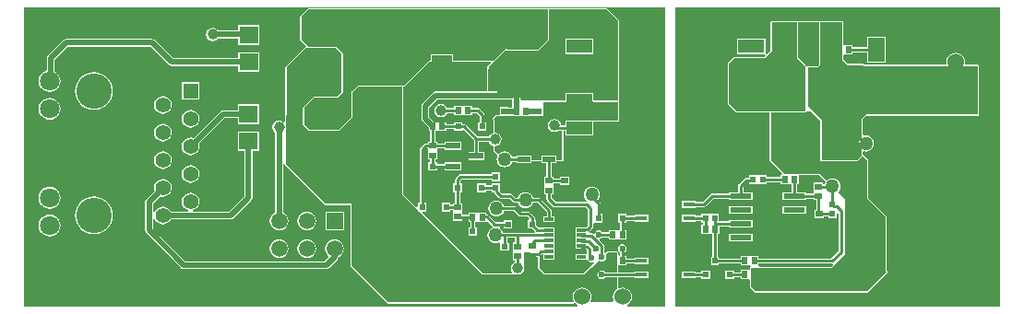
<source format=gtl>
G04*
G04 #@! TF.GenerationSoftware,Altium Limited,Altium Designer,19.0.11 (319)*
G04*
G04 Layer_Physical_Order=1*
G04 Layer_Color=255*
%FSLAX44Y44*%
%MOMM*%
G71*
G01*
G75*
%ADD10R,1.7000X2.5000*%
%ADD11R,1.9812X0.5334*%
%ADD12R,3.4290X2.4180*%
%ADD13R,1.8500X3.0000*%
%ADD14R,0.5600X0.6400*%
%ADD15R,0.6000X0.6000*%
%ADD16R,1.2192X0.5080*%
%ADD17R,0.5400X0.6000*%
%ADD18R,1.8000X1.6500*%
%ADD19R,0.6000X0.6000*%
%ADD20R,1.0500X0.4500*%
%ADD21R,0.6400X0.5600*%
%ADD22R,1.3208X0.5588*%
%ADD23R,0.8048X0.3000*%
%ADD24R,1.7500X4.5000*%
%ADD25R,0.6000X0.5400*%
%ADD26R,1.5000X2.2000*%
%ADD27R,2.3000X2.4500*%
%ADD28R,2.5000X1.7000*%
%ADD29R,2.4000X1.2200*%
%ADD30R,1.4000X1.3900*%
%ADD31R,4.8600X3.3600*%
%ADD32C,0.5000*%
%ADD33C,0.2540*%
%ADD34R,1.4080X1.4080*%
%ADD35C,1.4080*%
%ADD36C,2.4000*%
%ADD37C,3.2500*%
%ADD38C,1.8000*%
%ADD39C,1.5240*%
%ADD40R,1.5000X1.5000*%
%ADD41C,1.5000*%
%ADD42O,2.0000X4.0000*%
%ADD43O,4.0000X2.0000*%
%ADD44O,2.2500X4.5000*%
%ADD45C,0.8000*%
%ADD46C,1.0000*%
%ADD47C,0.6000*%
%ADD48C,1.2700*%
G36*
X932850Y917808D02*
X923324Y908282D01*
X895858D01*
X894400Y909740D01*
X892810Y908150D01*
X892365Y907965D01*
X882709Y898310D01*
X846040D01*
Y904528D01*
X825540D01*
Y898310D01*
X823310D01*
X800450Y875450D01*
X758510D01*
X752960Y869900D01*
X752160D01*
Y846240D01*
X740730Y834810D01*
X714060D01*
X708980Y839890D01*
Y855130D01*
X717870Y864020D01*
X739460D01*
X744540Y869100D01*
Y904660D01*
X738190Y911010D01*
X712790D01*
X706440Y917360D01*
Y938950D01*
X712790Y945300D01*
X932850D01*
Y917808D01*
D02*
G37*
G36*
X997270Y935140D02*
X997270Y861480D01*
X974710Y861480D01*
Y868580D01*
X948710D01*
Y861480D01*
X908800Y861480D01*
X907261Y863019D01*
Y870000D01*
X906989Y871366D01*
X906215Y872523D01*
X905058Y873297D01*
X903692Y873569D01*
X902326Y873297D01*
X901169Y872523D01*
X899463Y870817D01*
X898614Y869969D01*
X878105D01*
Y890579D01*
X879218Y891062D01*
X878105Y892175D01*
X893130Y907200D01*
X923772D01*
X933932Y917360D01*
Y945300D01*
X987110D01*
X997270Y935140D01*
D02*
G37*
G36*
X973945Y860715D02*
X974710Y860398D01*
X997270Y860398D01*
Y843190D01*
X974710D01*
Y843580D01*
X948710D01*
Y839235D01*
X948270Y838794D01*
X944789D01*
X944768Y838820D01*
X944302Y841161D01*
X942976Y843146D01*
X940991Y844472D01*
X938650Y844938D01*
X936309Y844472D01*
X934324Y843146D01*
X932998Y841161D01*
X932533Y838820D01*
X932998Y836479D01*
X934324Y834494D01*
X936309Y833168D01*
X938650Y832702D01*
X940991Y833168D01*
X942484Y834165D01*
X945960D01*
Y806870D01*
X940866D01*
Y811172D01*
X926674D01*
Y806870D01*
X918006D01*
Y811172D01*
X903814D01*
Y809947D01*
X900067D01*
X899490Y811339D01*
X898312Y812874D01*
X896777Y814052D01*
X894989Y814793D01*
X893070Y815045D01*
X891151Y814793D01*
X889363Y814052D01*
X887828Y812874D01*
X887169Y812831D01*
X883560Y816440D01*
Y819244D01*
X884240Y819802D01*
X886581Y820268D01*
X888566Y821594D01*
X889892Y823579D01*
X890358Y825920D01*
X889892Y828261D01*
X888566Y830246D01*
X886581Y831572D01*
X884240Y832038D01*
X883560Y832596D01*
Y844119D01*
X882709Y844970D01*
X885249Y847510D01*
X899892D01*
Y847430D01*
X907322D01*
X907492Y847430D01*
X907492Y847430D01*
X908592D01*
Y847430D01*
X908762Y847430D01*
X916192D01*
Y847510D01*
X928852D01*
Y860398D01*
X948710D01*
X949475Y860715D01*
X949792Y861480D01*
Y861480D01*
X952241D01*
X952241Y861480D01*
X952513Y860114D01*
X953287Y858957D01*
X954444Y858183D01*
X955810Y857911D01*
X961710D01*
X963076Y858183D01*
X964233Y858957D01*
X965007Y860114D01*
X965279Y861480D01*
X965279Y861480D01*
X973628D01*
X973945Y860715D01*
D02*
G37*
G36*
X900123Y862806D02*
Y855830D01*
X899892D01*
Y855199D01*
X896282D01*
Y855630D01*
X888882D01*
Y848592D01*
X885249D01*
X884484Y848275D01*
X884484Y848275D01*
X881944Y845735D01*
X881627Y844970D01*
X881944Y844205D01*
X881944Y844205D01*
X882478Y843671D01*
Y832596D01*
X881899Y831572D01*
X881621Y831386D01*
X879914Y830246D01*
X878910Y828743D01*
X868181D01*
X857537Y839387D01*
X856786Y839888D01*
X855900Y840064D01*
X854380D01*
Y841750D01*
X846380D01*
Y840064D01*
X839590D01*
Y841950D01*
X831990D01*
Y841950D01*
X830890D01*
Y841950D01*
X828337D01*
X823569Y846718D01*
Y855436D01*
X830964Y862831D01*
X900092D01*
X900123Y862806D01*
D02*
G37*
G36*
X846380Y833750D02*
X854380D01*
Y834201D01*
X855650Y834727D01*
X864908Y825469D01*
Y814474D01*
X859618D01*
Y806886D01*
X874826D01*
Y814474D01*
X869537D01*
Y824113D01*
X878482D01*
X878588Y823579D01*
X879914Y821594D01*
X881621Y820454D01*
X881899Y820268D01*
X882478Y819244D01*
Y816440D01*
X882795Y815675D01*
X886404Y812066D01*
X886429Y811522D01*
X886385Y810700D01*
X886385Y810699D01*
X885909Y809551D01*
X885657Y807632D01*
X885909Y805713D01*
X886650Y803925D01*
X887828Y802390D01*
X889363Y801212D01*
X891151Y800471D01*
X893070Y800219D01*
X894989Y800471D01*
X896777Y801212D01*
X898312Y802390D01*
X899490Y803925D01*
X900067Y805318D01*
X903814D01*
Y804092D01*
X918006D01*
Y805788D01*
X926674D01*
Y804092D01*
X931456D01*
Y791620D01*
X929570D01*
Y784190D01*
X929570Y784020D01*
Y782920D01*
X929570Y782750D01*
Y775320D01*
X931456D01*
Y771310D01*
X931632Y770424D01*
X932133Y769673D01*
X937463Y764343D01*
X938214Y763842D01*
X939100Y763666D01*
X967351D01*
X969556Y761461D01*
Y746869D01*
X968091Y745405D01*
X963210D01*
X962986Y745360D01*
X957956D01*
X957956Y740360D01*
X957956Y739090D01*
Y731630D01*
X957956Y730360D01*
X957956D01*
Y730360D01*
X957956D01*
Y725360D01*
X962986D01*
X963210Y725315D01*
X967601D01*
X968286Y724631D01*
Y721513D01*
X968012Y720391D01*
X967032Y720360D01*
X957956D01*
Y715360D01*
X967919D01*
X968004Y715360D01*
X969233Y715262D01*
X969236Y715247D01*
X970120Y713924D01*
X971443Y713040D01*
X973004Y712730D01*
X974565Y713040D01*
X975149Y713431D01*
X975933Y712427D01*
X965051Y702542D01*
X930977D01*
X929827Y703048D01*
X929674Y703200D01*
X929592Y703399D01*
X924854Y708136D01*
Y718266D01*
X924848Y718281D01*
X924934Y718442D01*
X925685Y718943D01*
X927057Y720316D01*
X928908D01*
Y715360D01*
X938956D01*
Y725360D01*
X938956Y730360D01*
X938956Y731630D01*
Y735360D01*
X938956Y740360D01*
X938956Y741630D01*
Y745360D01*
X928908D01*
Y745174D01*
X924059D01*
X922100Y747133D01*
Y751860D01*
X920785D01*
Y753530D01*
X920608Y754416D01*
X920107Y755167D01*
X916297Y758977D01*
X915546Y759478D01*
X914660Y759654D01*
X908059D01*
X903657Y764057D01*
X902906Y764558D01*
X902020Y764734D01*
X892507D01*
X891930Y766127D01*
X890752Y767662D01*
X889217Y768840D01*
X887429Y769581D01*
X885510Y769833D01*
X883591Y769581D01*
X881803Y768840D01*
X880268Y767662D01*
X879090Y766127D01*
X878349Y764339D01*
X878097Y762420D01*
X878349Y760501D01*
X879090Y758713D01*
X880268Y757178D01*
X881803Y756000D01*
X883591Y755259D01*
X885510Y755007D01*
X887429Y755259D01*
X889217Y756000D01*
X890752Y757178D01*
X891930Y758713D01*
X892507Y760106D01*
X901061D01*
X905463Y755703D01*
X906214Y755202D01*
X907100Y755025D01*
X913701D01*
X915597Y753130D01*
X915071Y751860D01*
X914100D01*
Y743860D01*
X918827D01*
X921242Y741444D01*
X921031Y740584D01*
X920753Y740174D01*
X891747D01*
X891170Y741567D01*
X889992Y743102D01*
X888457Y744280D01*
X888721Y745546D01*
X892100D01*
Y743860D01*
X900100D01*
Y751860D01*
X892100D01*
Y750174D01*
X884519D01*
X878257Y756437D01*
X877506Y756938D01*
X876620Y757114D01*
X876180D01*
Y758880D01*
X868750D01*
X868580Y758880D01*
X867480D01*
X867310Y758880D01*
X859880D01*
Y757055D01*
X854150D01*
Y758430D01*
X854150Y758600D01*
Y759700D01*
X854150Y759870D01*
Y767300D01*
X852264D01*
Y777470D01*
X853950D01*
Y785470D01*
X852264D01*
Y788131D01*
X853449Y789315D01*
X881300D01*
Y787630D01*
X888700D01*
Y795630D01*
X881300D01*
Y793944D01*
X852490D01*
X851604Y793768D01*
X850853Y793267D01*
X848313Y790727D01*
X847812Y789976D01*
X847635Y789090D01*
Y785470D01*
X845950D01*
Y777470D01*
X847635D01*
Y767300D01*
X845750D01*
Y765815D01*
X843360D01*
Y767500D01*
X835360D01*
Y759500D01*
X843360D01*
Y761186D01*
X845750D01*
Y759870D01*
X845750Y759700D01*
Y758600D01*
X845750Y758430D01*
Y751000D01*
X854150D01*
Y752426D01*
X859880D01*
Y750480D01*
X861373D01*
Y745040D01*
X859695D01*
Y737640D01*
X867695D01*
Y745040D01*
X866002D01*
Y750480D01*
X867310D01*
X867480Y750480D01*
X868580D01*
X868750Y750480D01*
X876180D01*
Y750480D01*
X877231Y750916D01*
X881923Y746224D01*
X882112Y746097D01*
X881972Y744665D01*
X881043Y744280D01*
X879508Y743102D01*
X878330Y741567D01*
X877589Y739779D01*
X877337Y737860D01*
X877589Y735941D01*
X878330Y734153D01*
X879508Y732618D01*
X881043Y731440D01*
X882831Y730699D01*
X884750Y730447D01*
X886669Y730699D01*
X887864Y731194D01*
X889066Y730396D01*
X889070Y730389D01*
Y723640D01*
X897070D01*
Y731040D01*
X895385D01*
Y735546D01*
X902245D01*
Y731200D01*
X900560D01*
Y723770D01*
X900560Y723600D01*
Y722500D01*
X900560Y722330D01*
Y714900D01*
X902446D01*
Y713467D01*
X902419Y713462D01*
X900434Y712136D01*
X899108Y710151D01*
X898643Y707810D01*
X899108Y705469D01*
X900215Y703812D01*
X899732Y702542D01*
X873258D01*
X817474Y758327D01*
X817960Y759500D01*
X821360D01*
Y767500D01*
X819675D01*
Y815771D01*
X821620Y817717D01*
X822890Y817606D01*
Y816480D01*
X822890Y816310D01*
Y815210D01*
X822890Y815040D01*
Y807610D01*
X824775D01*
Y805282D01*
X823090D01*
Y797282D01*
X831090D01*
Y798968D01*
X837774D01*
Y797488D01*
X852982D01*
Y805076D01*
X837774D01*
Y803596D01*
X831090D01*
Y805282D01*
X829405D01*
Y807610D01*
X831290D01*
Y815040D01*
X831290Y815210D01*
Y816310D01*
X831290Y816480D01*
Y817779D01*
X837774D01*
Y816284D01*
X852982D01*
Y823872D01*
X837774D01*
Y822409D01*
X831290D01*
Y823910D01*
X829405D01*
Y833550D01*
X830890D01*
Y833550D01*
X831990D01*
Y833550D01*
X839590D01*
Y835435D01*
X846380D01*
Y833750D01*
D02*
G37*
G36*
X1040000Y672315D02*
X1005617D01*
X1005365Y673585D01*
X1005427Y673611D01*
X1007228Y674992D01*
X1008609Y676793D01*
X1009478Y678890D01*
X1009774Y681140D01*
X1009478Y683390D01*
X1008609Y685487D01*
X1007228Y687288D01*
X1005427Y688670D01*
X1003330Y689538D01*
X1001080Y689834D01*
X998830Y689538D01*
X998138Y689252D01*
X997082Y689957D01*
Y699146D01*
X1012500D01*
Y698210D01*
X1025000D01*
Y704710D01*
X1012500D01*
Y703774D01*
X997082D01*
Y708772D01*
X997280Y709960D01*
X998352Y709960D01*
X1004880D01*
Y711845D01*
X1012500D01*
Y710910D01*
X1025000D01*
Y717410D01*
X1012500D01*
Y716475D01*
X1004880D01*
Y718360D01*
X1003394D01*
Y722326D01*
X1003964Y722706D01*
X1004848Y724029D01*
X1005158Y725590D01*
X1004848Y727151D01*
X1003964Y728474D01*
X1002641Y729358D01*
X1001080Y729668D01*
X999519Y729358D01*
X998196Y728474D01*
X997312Y727151D01*
X997002Y725590D01*
X997312Y724029D01*
X998196Y722706D01*
X998765Y722326D01*
Y719258D01*
X998468Y718960D01*
X997108Y719396D01*
X997082Y719548D01*
Y721780D01*
X996765Y722545D01*
X996000Y722862D01*
X987840D01*
X987479Y722713D01*
X987112Y722581D01*
X985805Y721393D01*
X984535Y721955D01*
Y727773D01*
X984358Y728659D01*
X983857Y729409D01*
X980207Y733059D01*
X980625Y734437D01*
X981051Y734522D01*
X982374Y735406D01*
X982754Y735975D01*
X988580D01*
Y734090D01*
X996010D01*
X996180Y734090D01*
X997280D01*
X997450Y734090D01*
X1004880D01*
Y742490D01*
X1003394D01*
Y749530D01*
X1005080D01*
Y751216D01*
X1012500D01*
Y750280D01*
X1025000D01*
Y756780D01*
X1012500D01*
Y755844D01*
X1005080D01*
Y757530D01*
X997080D01*
Y749530D01*
X998765D01*
Y742490D01*
X997450D01*
X997280Y742490D01*
X996180D01*
X996010Y742490D01*
X988580D01*
Y740604D01*
X982754D01*
X982374Y741174D01*
X981051Y742058D01*
X979490Y742368D01*
X977929Y742058D01*
X976606Y741174D01*
X975722Y739851D01*
X975637Y739425D01*
X974259Y739007D01*
X973999Y739267D01*
X973249Y739768D01*
X972363Y739945D01*
X970714D01*
X970329Y741215D01*
X970687Y741453D01*
X973507Y744273D01*
X974008Y745024D01*
X974184Y745910D01*
Y748631D01*
X975080Y749530D01*
X975454Y749530D01*
X983080D01*
Y757530D01*
X981395D01*
Y766640D01*
X981218Y767526D01*
X980717Y768277D01*
X978700Y770293D01*
X979560Y771413D01*
X980301Y773201D01*
X980553Y775120D01*
X980301Y777039D01*
X979560Y778827D01*
X978382Y780362D01*
X976847Y781540D01*
X975059Y782281D01*
X973140Y782533D01*
X971221Y782281D01*
X969433Y781540D01*
X967898Y780362D01*
X966720Y778827D01*
X965979Y777039D01*
X965727Y775120D01*
X965979Y773201D01*
X966720Y771413D01*
X967898Y769878D01*
X968306Y769565D01*
X967875Y768295D01*
X940059D01*
X936085Y772269D01*
Y775320D01*
X937970D01*
Y782750D01*
X937970Y782920D01*
Y784020D01*
X937970Y784190D01*
Y785506D01*
X943540D01*
Y784020D01*
X951940D01*
Y791620D01*
X943540D01*
Y790135D01*
X937970D01*
Y791620D01*
X936085D01*
Y804092D01*
X940866D01*
Y805788D01*
X945960D01*
X946725Y806105D01*
X947042Y806870D01*
Y834165D01*
X948710D01*
Y829380D01*
X974710D01*
Y842108D01*
X997270D01*
X998035Y842425D01*
X998352Y843190D01*
Y860398D01*
X998128Y860939D01*
X998352Y861480D01*
X998352Y935140D01*
X998035Y935905D01*
X998035Y935905D01*
X987875Y946065D01*
X987110Y946382D01*
X933932D01*
X933391Y946158D01*
X932850Y946382D01*
X712790D01*
X712025Y946065D01*
X712025Y946065D01*
X705675Y939715D01*
X705358Y938950D01*
Y917360D01*
X705675Y916595D01*
X705675Y916595D01*
X709726Y912543D01*
X710624Y911645D01*
X692184Y893205D01*
X692028Y892827D01*
X691868Y892452D01*
X691318Y842482D01*
X690042Y841945D01*
X688461Y843002D01*
X686120Y843468D01*
X683779Y843002D01*
X681794Y841676D01*
X680468Y839691D01*
X680002Y837350D01*
X680468Y835009D01*
X681794Y833024D01*
X682551Y832518D01*
Y758712D01*
X681833Y758415D01*
X680058Y757052D01*
X678695Y755277D01*
X677839Y753209D01*
X677547Y750990D01*
X677839Y748771D01*
X678695Y746703D01*
X680058Y744928D01*
X681833Y743565D01*
X683901Y742709D01*
X686120Y742417D01*
X688339Y742709D01*
X690407Y743565D01*
X692182Y744928D01*
X693545Y746703D01*
X694401Y748771D01*
X694693Y750990D01*
X694401Y753209D01*
X693545Y755277D01*
X692182Y757052D01*
X690407Y758415D01*
X689689Y758712D01*
Y803414D01*
X689717Y803418D01*
X690891Y803557D01*
X691048Y803178D01*
X691199Y802800D01*
X691205Y802797D01*
X691208Y802792D01*
X728125Y765875D01*
X728890Y765558D01*
X751478D01*
Y709950D01*
X751795Y709185D01*
X751795Y709185D01*
X785685Y675295D01*
X786450Y674978D01*
X955794D01*
X955938Y675037D01*
X956092Y675020D01*
X956306Y675190D01*
X956559Y675295D01*
X957200Y675347D01*
X957916Y675235D01*
X958102Y674992D01*
X959903Y673611D01*
X959966Y673585D01*
X959713Y672315D01*
X452314D01*
Y947685D01*
X1040000D01*
Y672315D01*
D02*
G37*
G36*
X844958Y898310D02*
X845275Y897545D01*
X846040Y897228D01*
X879967D01*
X880453Y896054D01*
X877339Y892940D01*
X877022Y892175D01*
X877339Y891410D01*
X877098Y890977D01*
X877101Y890786D01*
X877022Y890579D01*
Y869969D01*
X829486D01*
X828120Y869697D01*
X826963Y868923D01*
X817477Y859437D01*
X816703Y858280D01*
X816431Y856914D01*
Y845240D01*
X816703Y843874D01*
X817477Y842717D01*
X823290Y836903D01*
Y833550D01*
X824775D01*
Y823910D01*
X822890D01*
Y822424D01*
X820740D01*
X819854Y822248D01*
X819103Y821747D01*
X815723Y818367D01*
X815222Y817616D01*
X815045Y816730D01*
Y767500D01*
X813360D01*
Y764100D01*
X812187Y763614D01*
X800232Y775568D01*
Y874150D01*
X801215Y874685D01*
X823758Y897228D01*
X825540D01*
X826305Y897545D01*
X826622Y898310D01*
Y903446D01*
X844958D01*
Y898310D01*
D02*
G37*
G36*
X712025Y910245D02*
X712790Y909928D01*
X737742D01*
X743458Y904212D01*
Y869548D01*
X739012Y865102D01*
X717870D01*
X717870Y865102D01*
X717105Y864785D01*
X717104Y864785D01*
X708215Y855895D01*
X707898Y855130D01*
Y839890D01*
X707897Y839890D01*
X708215Y839125D01*
X708215Y839125D01*
X713295Y834045D01*
X714060Y833728D01*
X740730D01*
X741495Y834045D01*
X752925Y845475D01*
X753242Y846240D01*
Y868935D01*
X753725Y869135D01*
X753725Y869135D01*
X758958Y874368D01*
X799060D01*
X799150Y874150D01*
Y775120D01*
X813360Y760910D01*
Y759500D01*
X814770D01*
X872810Y701460D01*
X908342D01*
X907957Y702730D01*
X909086Y703484D01*
X910412Y705469D01*
X910459Y705703D01*
X910910Y706155D01*
Y721780D01*
X916358D01*
X916715Y720510D01*
X916332Y719936D01*
X916155Y719050D01*
X916332Y718164D01*
X916833Y717413D01*
X917584Y716912D01*
X918470Y716736D01*
X919356Y716912D01*
X920107Y717413D01*
X920959Y718266D01*
X923772D01*
Y707688D01*
X928827Y702633D01*
X928341Y701460D01*
X965469D01*
X979839Y714513D01*
X980469Y714092D01*
X982030Y713782D01*
X983591Y714092D01*
X984914Y714976D01*
X985798Y716299D01*
X986108Y717860D01*
X985798Y719421D01*
X985588Y719735D01*
X987840Y721780D01*
X996000D01*
Y703774D01*
X985294D01*
X984914Y704344D01*
X983591Y705228D01*
X982030Y705538D01*
X980469Y705228D01*
X979146Y704344D01*
X978262Y703021D01*
X977952Y701460D01*
X978262Y699899D01*
X979146Y698576D01*
X980469Y697692D01*
X982030Y697382D01*
X983591Y697692D01*
X984914Y698576D01*
X985294Y699146D01*
X996000D01*
Y688107D01*
X994932Y687288D01*
X993550Y685487D01*
X992682Y683390D01*
X992386Y681140D01*
X992682Y678890D01*
X992995Y678135D01*
X990920Y676060D01*
X972706D01*
X972002Y677330D01*
X972648Y678890D01*
X972944Y681140D01*
X972648Y683390D01*
X971779Y685487D01*
X970398Y687288D01*
X968597Y688670D01*
X966500Y689538D01*
X964250Y689834D01*
X962000Y689538D01*
X959903Y688670D01*
X958102Y687288D01*
X956720Y685487D01*
X955852Y683390D01*
X955556Y681140D01*
X955852Y678890D01*
X956498Y677330D01*
X955794Y676060D01*
X786450D01*
X752560Y709950D01*
Y766640D01*
X728890D01*
X691973Y803557D01*
X692950Y892440D01*
X711390Y910880D01*
X712025Y910245D01*
D02*
G37*
G36*
X1347686Y672315D02*
X1050000D01*
Y947685D01*
X1347686D01*
Y672315D01*
D02*
G37*
%LPC*%
G36*
X974710Y918580D02*
X948710D01*
Y904380D01*
X974710D01*
Y918580D01*
D02*
G37*
G36*
X834710Y858708D02*
X832369Y858242D01*
X830384Y856916D01*
X829058Y854931D01*
X828593Y852590D01*
X829058Y850249D01*
X830384Y848264D01*
X832369Y846938D01*
X834710Y846472D01*
X837051Y846938D01*
X839036Y848264D01*
X840362Y850249D01*
X840367Y850275D01*
X846880D01*
Y848390D01*
X854310D01*
X854480Y848390D01*
X855580D01*
X855750Y848390D01*
X863180D01*
Y850275D01*
X867181D01*
X870066Y847391D01*
Y841750D01*
X868380D01*
Y833750D01*
X876380D01*
Y841750D01*
X874695D01*
Y848350D01*
X874518Y849236D01*
X874017Y849987D01*
X869777Y854227D01*
X869026Y854728D01*
X868140Y854904D01*
X863180D01*
Y856790D01*
X855750D01*
X855580Y856790D01*
X854480D01*
X854310Y856790D01*
X846880D01*
Y854904D01*
X840367D01*
X840362Y854931D01*
X839036Y856916D01*
X837051Y858242D01*
X834710Y858708D01*
D02*
G37*
G36*
X888700Y785470D02*
X881300D01*
Y783784D01*
X875950D01*
Y785470D01*
X867950D01*
Y777470D01*
X875950D01*
Y779156D01*
X881300D01*
Y777470D01*
X883233D01*
X883372Y776774D01*
X883873Y776023D01*
X887683Y772213D01*
X888434Y771712D01*
X889320Y771535D01*
X897251D01*
X900383Y768403D01*
X901134Y767902D01*
X902020Y767726D01*
X905183D01*
X905760Y766333D01*
X906938Y764798D01*
X908473Y763620D01*
X910261Y762879D01*
X912180Y762627D01*
X914099Y762879D01*
X915887Y763620D01*
X917422Y764798D01*
X918600Y766333D01*
X919177Y767726D01*
X923113D01*
X931618Y759221D01*
Y755360D01*
X928908D01*
Y750360D01*
X938956D01*
Y755360D01*
X936246D01*
Y760180D01*
X936070Y761066D01*
X935569Y761817D01*
X925709Y771677D01*
X924958Y772178D01*
X924072Y772355D01*
X919177D01*
X918600Y773747D01*
X917422Y775282D01*
X915887Y776460D01*
X914099Y777201D01*
X912180Y777453D01*
X910261Y777201D01*
X908473Y776460D01*
X906938Y775282D01*
X905760Y773747D01*
X905183Y772355D01*
X902979D01*
X899847Y775487D01*
X899096Y775988D01*
X898210Y776164D01*
X890279D01*
X888700Y777743D01*
Y785470D01*
D02*
G37*
G36*
X668180Y931260D02*
X648180D01*
Y926009D01*
X629992D01*
X629486Y926766D01*
X627501Y928092D01*
X625160Y928558D01*
X622819Y928092D01*
X620834Y926766D01*
X619508Y924781D01*
X619042Y922440D01*
X619508Y920099D01*
X620834Y918114D01*
X622819Y916788D01*
X625160Y916322D01*
X627501Y916788D01*
X629486Y918114D01*
X629992Y918871D01*
X648180D01*
Y912760D01*
X668180D01*
Y931260D01*
D02*
G37*
G36*
X569525Y918389D02*
X490540D01*
X489174Y918117D01*
X488017Y917343D01*
X474047Y903373D01*
X473273Y902216D01*
X473001Y900850D01*
Y889448D01*
X472729Y889413D01*
X470297Y888405D01*
X468208Y886802D01*
X466605Y884713D01*
X465597Y882281D01*
X465254Y879670D01*
X465597Y877059D01*
X466605Y874627D01*
X468208Y872538D01*
X470297Y870935D01*
X472729Y869927D01*
X475340Y869584D01*
X477951Y869927D01*
X480383Y870935D01*
X482472Y872538D01*
X484075Y874627D01*
X485083Y877059D01*
X485426Y879670D01*
X485083Y882281D01*
X484075Y884713D01*
X482472Y886802D01*
X480383Y888405D01*
X480139Y888506D01*
Y899372D01*
X492018Y911251D01*
X568047D01*
X584812Y894487D01*
X585969Y893713D01*
X587335Y893441D01*
X648180D01*
Y887760D01*
X668180D01*
Y906260D01*
X648180D01*
Y900579D01*
X588813D01*
X572048Y917343D01*
X570891Y918117D01*
X569525Y918389D01*
D02*
G37*
G36*
X612880Y878410D02*
X596800D01*
Y862330D01*
X612880D01*
Y878410D01*
D02*
G37*
G36*
X515940Y887703D02*
X512558Y887370D01*
X509307Y886384D01*
X506310Y884782D01*
X503683Y882627D01*
X501528Y880000D01*
X499926Y877003D01*
X498940Y873752D01*
X498606Y870370D01*
X498940Y866988D01*
X499926Y863737D01*
X501528Y860740D01*
X503683Y858113D01*
X506310Y855958D01*
X509307Y854356D01*
X512558Y853370D01*
X515940Y853036D01*
X519322Y853370D01*
X522573Y854356D01*
X525570Y855958D01*
X528197Y858113D01*
X530352Y860740D01*
X531954Y863737D01*
X532940Y866988D01*
X533274Y870370D01*
X532940Y873752D01*
X531954Y877003D01*
X530352Y880000D01*
X528197Y882627D01*
X525570Y884782D01*
X522573Y886384D01*
X519322Y887370D01*
X515940Y887703D01*
D02*
G37*
G36*
X579440Y865779D02*
X577341Y865503D01*
X575385Y864693D01*
X573706Y863404D01*
X572417Y861725D01*
X571607Y859769D01*
X571331Y857670D01*
X571607Y855571D01*
X572417Y853615D01*
X573706Y851936D01*
X575385Y850647D01*
X577341Y849837D01*
X579440Y849561D01*
X581539Y849837D01*
X583495Y850647D01*
X585174Y851936D01*
X586463Y853615D01*
X587273Y855571D01*
X587549Y857670D01*
X587273Y859769D01*
X586463Y861725D01*
X585174Y863404D01*
X583495Y864693D01*
X581539Y865503D01*
X579440Y865779D01*
D02*
G37*
G36*
X475340Y864256D02*
X472729Y863913D01*
X470297Y862905D01*
X468208Y861302D01*
X466605Y859213D01*
X465597Y856780D01*
X465254Y854170D01*
X465597Y851560D01*
X466605Y849127D01*
X468208Y847038D01*
X470297Y845435D01*
X472729Y844427D01*
X475340Y844084D01*
X477951Y844427D01*
X480383Y845435D01*
X482472Y847038D01*
X484075Y849127D01*
X485083Y851560D01*
X485426Y854170D01*
X485083Y856780D01*
X484075Y859213D01*
X482472Y861302D01*
X480383Y862905D01*
X477951Y863913D01*
X475340Y864256D01*
D02*
G37*
G36*
X668030Y858470D02*
X648030D01*
Y852789D01*
X634490D01*
X633124Y852517D01*
X631967Y851743D01*
X607425Y827202D01*
X606939Y827403D01*
X604840Y827679D01*
X602741Y827403D01*
X600785Y826593D01*
X599106Y825304D01*
X597817Y823625D01*
X597007Y821669D01*
X596731Y819570D01*
X597007Y817471D01*
X597817Y815515D01*
X599106Y813836D01*
X600785Y812547D01*
X602741Y811737D01*
X604840Y811461D01*
X606939Y811737D01*
X608895Y812547D01*
X610574Y813836D01*
X611863Y815515D01*
X612673Y817471D01*
X612949Y819570D01*
X612673Y821669D01*
X612472Y822155D01*
X635968Y845651D01*
X648030D01*
Y839970D01*
X668030D01*
Y858470D01*
D02*
G37*
G36*
X604840Y853079D02*
X602741Y852803D01*
X600785Y851993D01*
X599106Y850704D01*
X597817Y849025D01*
X597007Y847069D01*
X596731Y844970D01*
X597007Y842871D01*
X597817Y840915D01*
X599106Y839236D01*
X600785Y837947D01*
X602741Y837137D01*
X604840Y836861D01*
X606939Y837137D01*
X608895Y837947D01*
X610574Y839236D01*
X611863Y840915D01*
X612673Y842871D01*
X612949Y844970D01*
X612673Y847069D01*
X611863Y849025D01*
X610574Y850704D01*
X608895Y851993D01*
X606939Y852803D01*
X604840Y853079D01*
D02*
G37*
G36*
X579440Y840379D02*
X577341Y840103D01*
X575385Y839293D01*
X573706Y838004D01*
X572417Y836325D01*
X571607Y834369D01*
X571331Y832270D01*
X571607Y830171D01*
X572417Y828215D01*
X573706Y826536D01*
X575385Y825247D01*
X577341Y824437D01*
X579440Y824161D01*
X581539Y824437D01*
X583495Y825247D01*
X585174Y826536D01*
X586463Y828215D01*
X587273Y830171D01*
X587549Y832270D01*
X587273Y834369D01*
X586463Y836325D01*
X585174Y838004D01*
X583495Y839293D01*
X581539Y840103D01*
X579440Y840379D01*
D02*
G37*
G36*
Y814979D02*
X577341Y814703D01*
X575385Y813893D01*
X573706Y812604D01*
X572417Y810925D01*
X571607Y808969D01*
X571331Y806870D01*
X571607Y804771D01*
X572417Y802815D01*
X573706Y801136D01*
X575385Y799847D01*
X577341Y799037D01*
X579440Y798761D01*
X581539Y799037D01*
X583495Y799847D01*
X585174Y801136D01*
X586463Y802815D01*
X587273Y804771D01*
X587549Y806870D01*
X587273Y808969D01*
X586463Y810925D01*
X585174Y812604D01*
X583495Y813893D01*
X581539Y814703D01*
X579440Y814979D01*
D02*
G37*
G36*
X604840Y802279D02*
X602741Y802003D01*
X600785Y801193D01*
X599106Y799904D01*
X597817Y798225D01*
X597007Y796269D01*
X596731Y794170D01*
X597007Y792071D01*
X597817Y790115D01*
X599106Y788436D01*
X600785Y787147D01*
X602741Y786337D01*
X604840Y786061D01*
X606939Y786337D01*
X608895Y787147D01*
X610574Y788436D01*
X611863Y790115D01*
X612673Y792071D01*
X612949Y794170D01*
X612673Y796269D01*
X611863Y798225D01*
X610574Y799904D01*
X608895Y801193D01*
X606939Y802003D01*
X604840Y802279D01*
D02*
G37*
G36*
X475340Y782356D02*
X472729Y782013D01*
X470297Y781005D01*
X468208Y779402D01*
X466605Y777313D01*
X465597Y774881D01*
X465254Y772270D01*
X465597Y769660D01*
X466605Y767227D01*
X468208Y765138D01*
X470297Y763535D01*
X472729Y762527D01*
X475340Y762184D01*
X477951Y762527D01*
X480383Y763535D01*
X482472Y765138D01*
X484075Y767227D01*
X485083Y769660D01*
X485426Y772270D01*
X485083Y774881D01*
X484075Y777313D01*
X482472Y779402D01*
X480383Y781005D01*
X477951Y782013D01*
X475340Y782356D01*
D02*
G37*
G36*
X668030Y833470D02*
X648030D01*
Y814970D01*
X654461D01*
Y773908D01*
X640192Y759639D01*
X606806D01*
X606723Y760909D01*
X606939Y760937D01*
X608895Y761747D01*
X610574Y763036D01*
X611863Y764715D01*
X612673Y766671D01*
X612949Y768770D01*
X612673Y770869D01*
X611863Y772825D01*
X610574Y774504D01*
X608895Y775793D01*
X606939Y776603D01*
X604840Y776879D01*
X602741Y776603D01*
X600785Y775793D01*
X599106Y774504D01*
X597817Y772825D01*
X597007Y770869D01*
X596731Y768770D01*
X597007Y766671D01*
X597817Y764715D01*
X599106Y763036D01*
X600785Y761747D01*
X602741Y760937D01*
X602957Y760909D01*
X602874Y759639D01*
X586664D01*
X586463Y760125D01*
X585174Y761804D01*
X583495Y763093D01*
X581539Y763903D01*
X579440Y764179D01*
X577341Y763903D01*
X575385Y763093D01*
X573706Y761804D01*
X572417Y760125D01*
X571607Y758169D01*
X571579Y757953D01*
X570309Y758036D01*
Y767292D01*
X576855Y773838D01*
X577341Y773637D01*
X579440Y773361D01*
X581539Y773637D01*
X583495Y774447D01*
X585174Y775736D01*
X586463Y777415D01*
X587273Y779371D01*
X587549Y781470D01*
X587273Y783569D01*
X586463Y785525D01*
X585174Y787204D01*
X583495Y788493D01*
X581539Y789303D01*
X579440Y789579D01*
X577341Y789303D01*
X575385Y788493D01*
X573706Y787204D01*
X572417Y785525D01*
X571607Y783569D01*
X571331Y781470D01*
X571607Y779371D01*
X571808Y778885D01*
X564217Y771293D01*
X563443Y770136D01*
X563171Y768770D01*
Y742100D01*
X563443Y740734D01*
X564217Y739577D01*
X595967Y707827D01*
X597124Y707053D01*
X598490Y706781D01*
X729300D01*
X730666Y707053D01*
X731823Y707827D01*
X739443Y715447D01*
X740217Y716604D01*
X740466Y717859D01*
X741207Y718165D01*
X742982Y719528D01*
X744345Y721303D01*
X745201Y723371D01*
X745493Y725590D01*
X745201Y727809D01*
X744345Y729877D01*
X742982Y731652D01*
X741207Y733015D01*
X739139Y733871D01*
X736920Y734163D01*
X734701Y733871D01*
X732633Y733015D01*
X730858Y731652D01*
X729495Y729877D01*
X728639Y727809D01*
X728347Y725590D01*
X728639Y723371D01*
X729495Y721303D01*
X730858Y719528D01*
X731550Y718997D01*
X731633Y717729D01*
X727822Y713919D01*
X599968D01*
X570309Y743578D01*
Y754104D01*
X571579Y754187D01*
X571607Y753971D01*
X572417Y752015D01*
X573706Y750336D01*
X575385Y749047D01*
X577341Y748237D01*
X579440Y747961D01*
X581539Y748237D01*
X583495Y749047D01*
X585174Y750336D01*
X586463Y752015D01*
X586664Y752501D01*
X641670D01*
X643036Y752773D01*
X644193Y753547D01*
X660553Y769907D01*
X661327Y771064D01*
X661599Y772430D01*
Y814970D01*
X668030D01*
Y833470D01*
D02*
G37*
G36*
X745420Y759490D02*
X728420D01*
Y742490D01*
X745420D01*
Y759490D01*
D02*
G37*
G36*
X711520Y759563D02*
X709301Y759271D01*
X707233Y758415D01*
X705458Y757052D01*
X704095Y755277D01*
X703239Y753209D01*
X702947Y750990D01*
X703239Y748771D01*
X704095Y746703D01*
X705458Y744928D01*
X707233Y743565D01*
X709301Y742709D01*
X711520Y742417D01*
X713739Y742709D01*
X715807Y743565D01*
X717582Y744928D01*
X718945Y746703D01*
X719801Y748771D01*
X720093Y750990D01*
X719801Y753209D01*
X718945Y755277D01*
X717582Y757052D01*
X715807Y758415D01*
X713739Y759271D01*
X711520Y759563D01*
D02*
G37*
G36*
X515940Y773403D02*
X512558Y773070D01*
X509307Y772084D01*
X506310Y770482D01*
X503683Y768327D01*
X501528Y765700D01*
X499926Y762703D01*
X498940Y759452D01*
X498606Y756070D01*
X498940Y752688D01*
X499926Y749437D01*
X501528Y746440D01*
X503683Y743813D01*
X506310Y741658D01*
X509307Y740056D01*
X512558Y739070D01*
X515940Y738736D01*
X519322Y739070D01*
X522573Y740056D01*
X525570Y741658D01*
X528197Y743813D01*
X530352Y746440D01*
X531954Y749437D01*
X532940Y752688D01*
X533274Y756070D01*
X532940Y759452D01*
X531954Y762703D01*
X530352Y765700D01*
X528197Y768327D01*
X525570Y770482D01*
X522573Y772084D01*
X519322Y773070D01*
X515940Y773403D01*
D02*
G37*
G36*
X475340Y756856D02*
X472729Y756513D01*
X470297Y755505D01*
X468208Y753902D01*
X466605Y751813D01*
X465597Y749380D01*
X465254Y746770D01*
X465597Y744159D01*
X466605Y741727D01*
X468208Y739638D01*
X470297Y738035D01*
X472729Y737027D01*
X475340Y736684D01*
X477951Y737027D01*
X480383Y738035D01*
X482472Y739638D01*
X484075Y741727D01*
X485083Y744159D01*
X485426Y746770D01*
X485083Y749380D01*
X484075Y751813D01*
X482472Y753902D01*
X480383Y755505D01*
X477951Y756513D01*
X475340Y756856D01*
D02*
G37*
G36*
X711520Y734163D02*
X709301Y733871D01*
X707233Y733015D01*
X705458Y731652D01*
X704095Y729877D01*
X703239Y727809D01*
X702947Y725590D01*
X703239Y723371D01*
X704095Y721303D01*
X705458Y719528D01*
X707233Y718165D01*
X709301Y717309D01*
X711520Y717017D01*
X713739Y717309D01*
X715807Y718165D01*
X717582Y719528D01*
X718945Y721303D01*
X719801Y723371D01*
X720093Y725590D01*
X719801Y727809D01*
X718945Y729877D01*
X717582Y731652D01*
X715807Y733015D01*
X713739Y733871D01*
X711520Y734163D01*
D02*
G37*
G36*
X686120D02*
X683901Y733871D01*
X681833Y733015D01*
X680058Y731652D01*
X678695Y729877D01*
X677839Y727809D01*
X677547Y725590D01*
X677839Y723371D01*
X678695Y721303D01*
X680058Y719528D01*
X681833Y718165D01*
X683901Y717309D01*
X686120Y717017D01*
X688339Y717309D01*
X690407Y718165D01*
X692182Y719528D01*
X693545Y721303D01*
X694401Y723371D01*
X694693Y725590D01*
X694401Y727809D01*
X693545Y729877D01*
X692182Y731652D01*
X690407Y733015D01*
X688339Y733871D01*
X686120Y734163D01*
D02*
G37*
G36*
X1203010Y934952D02*
X1182502D01*
X1181961Y934728D01*
X1181420Y934952D01*
X1162182D01*
X1161641Y934728D01*
X1161100Y934952D01*
X1138240D01*
X1137475Y934635D01*
X1137158Y933870D01*
Y907648D01*
X1133361Y903852D01*
X1132310Y904597D01*
X1132310Y905560D01*
Y918580D01*
X1106310D01*
Y904380D01*
X1131060D01*
X1132093Y904380D01*
X1132838Y903329D01*
X1131442Y901932D01*
X1103950D01*
X1103950Y901933D01*
X1103185Y901615D01*
X1103185Y901615D01*
X1098105Y896535D01*
X1097788Y895770D01*
Y858940D01*
X1098105Y858175D01*
X1105215Y851065D01*
X1105980Y850748D01*
X1136268D01*
Y806490D01*
X1136585Y805725D01*
X1147749Y794560D01*
X1147223Y793290D01*
X1146600D01*
Y791404D01*
X1133560D01*
Y793090D01*
X1126190D01*
X1126160Y793090D01*
X1124920D01*
X1124890Y793090D01*
X1117520D01*
Y790734D01*
X1114710D01*
X1113824Y790558D01*
X1113073Y790057D01*
X1108155Y785139D01*
X1107654Y784388D01*
X1107477Y783502D01*
Y777517D01*
X1098886D01*
Y776164D01*
X1083715D01*
X1082829Y775988D01*
X1082078Y775487D01*
X1075136Y768544D01*
X1068400D01*
Y769480D01*
X1055900D01*
Y762980D01*
X1068400D01*
Y763915D01*
X1076095D01*
X1076981Y764092D01*
X1077732Y764593D01*
X1084674Y771535D01*
X1098886D01*
Y770183D01*
X1120698D01*
Y777517D01*
X1112106D01*
Y782543D01*
X1115669Y786105D01*
X1117520D01*
Y785090D01*
X1124890D01*
X1124920Y785090D01*
X1126160D01*
X1126190Y785090D01*
X1133560D01*
Y786776D01*
X1146600D01*
Y784890D01*
X1154200D01*
Y784890D01*
X1155300D01*
Y784890D01*
X1156786D01*
Y777517D01*
X1148162D01*
Y770183D01*
X1169974D01*
Y771535D01*
X1177050D01*
Y770050D01*
X1179020D01*
Y761140D01*
X1177220D01*
Y753540D01*
X1185620D01*
Y755025D01*
X1189950D01*
Y753640D01*
X1197950D01*
Y758046D01*
X1199220Y758725D01*
X1199418Y758593D01*
Y723469D01*
X1192424Y716475D01*
X1126070D01*
Y718360D01*
X1118640D01*
X1118470Y718360D01*
X1117370D01*
X1117200Y718360D01*
X1109770D01*
Y716475D01*
X1089840D01*
Y718160D01*
X1088455D01*
Y739170D01*
X1090000D01*
Y746135D01*
X1098886D01*
Y744783D01*
X1120698D01*
Y752117D01*
X1098886D01*
Y750764D01*
X1089840D01*
Y757530D01*
X1082470D01*
X1082440Y757530D01*
X1081200D01*
X1081170Y757530D01*
X1073800D01*
Y755844D01*
X1068400D01*
Y756780D01*
X1055900D01*
Y750280D01*
X1068400D01*
Y751216D01*
X1073800D01*
Y749530D01*
X1075185D01*
Y747570D01*
X1073700D01*
Y739170D01*
X1081130D01*
X1081300Y739170D01*
X1082400D01*
X1082555Y739170D01*
X1083826Y739135D01*
Y718160D01*
X1082440D01*
Y710160D01*
X1089840D01*
Y711845D01*
X1109770D01*
Y709960D01*
X1117200D01*
X1117370Y709960D01*
X1118470D01*
X1118701Y708690D01*
X1118425Y708575D01*
X1118108Y707810D01*
Y706625D01*
X1117370Y705660D01*
X1116838Y705660D01*
X1109770D01*
Y703774D01*
X1103710D01*
Y705460D01*
X1095710D01*
Y697460D01*
X1103710D01*
Y699146D01*
X1109770D01*
Y697260D01*
X1116838D01*
X1117370Y697260D01*
X1118108Y696295D01*
Y690150D01*
X1118108Y690150D01*
X1118425Y689385D01*
X1118425Y689385D01*
X1122355Y685455D01*
X1123120Y685138D01*
X1225870D01*
X1226635Y685455D01*
X1226635Y685455D01*
X1244415Y703235D01*
X1244733Y704000D01*
X1244415Y704765D01*
X1244415Y704765D01*
X1243462Y705718D01*
Y754800D01*
X1243462Y754800D01*
X1243145Y755565D01*
X1226952Y771758D01*
Y806870D01*
X1226635Y807635D01*
X1226635Y807635D01*
X1222745Y811526D01*
X1222642Y811569D01*
X1222580Y811661D01*
X1222271Y811722D01*
X1221979Y811843D01*
X1221872Y813017D01*
Y814210D01*
X1223142Y815038D01*
X1224600Y814846D01*
X1226519Y815098D01*
X1228307Y815839D01*
X1229842Y817017D01*
X1231020Y818552D01*
X1231761Y820340D01*
X1232013Y822259D01*
X1231761Y824178D01*
X1231020Y825966D01*
X1229842Y827501D01*
X1228307Y828679D01*
X1226519Y829420D01*
X1224600Y829672D01*
X1223142Y829481D01*
X1221872Y830308D01*
Y844522D01*
X1225048Y847698D01*
X1327470D01*
X1328235Y848015D01*
X1328552Y848780D01*
Y893230D01*
X1328235Y893995D01*
X1327945Y894285D01*
X1327180Y894602D01*
X1316795D01*
X1315691Y895872D01*
X1315844Y897040D01*
X1315548Y899290D01*
X1314680Y901387D01*
X1313298Y903188D01*
X1311497Y904570D01*
X1309400Y905438D01*
X1307150Y905734D01*
X1304900Y905438D01*
X1302803Y904570D01*
X1301002Y903188D01*
X1299620Y901387D01*
X1298752Y899290D01*
X1298456Y897040D01*
X1298609Y895872D01*
X1297505Y894602D01*
X1223209D01*
X1222825Y894986D01*
X1222510Y895117D01*
X1222217Y895292D01*
X1222137Y895272D01*
X1222060Y895303D01*
X1208109D01*
X1204092Y899320D01*
Y903306D01*
X1204830Y904270D01*
X1205362Y904270D01*
X1212430D01*
Y906155D01*
X1225500D01*
Y896470D01*
X1242500D01*
Y920470D01*
X1225500D01*
Y910785D01*
X1212430D01*
Y912670D01*
X1205362D01*
X1204830Y912670D01*
X1204092Y913634D01*
Y933870D01*
X1203775Y934635D01*
X1203010Y934952D01*
D02*
G37*
G36*
X1169974Y764817D02*
X1148162D01*
Y757483D01*
X1169974D01*
Y764817D01*
D02*
G37*
G36*
X1120698D02*
X1098886D01*
Y757483D01*
X1120698D01*
Y764817D01*
D02*
G37*
G36*
Y739417D02*
X1098886D01*
Y732083D01*
X1120698D01*
Y739417D01*
D02*
G37*
G36*
X1081710Y705460D02*
X1073710D01*
Y703774D01*
X1068400D01*
Y704710D01*
X1055900D01*
Y698210D01*
X1068400D01*
Y699146D01*
X1073710D01*
Y697460D01*
X1081710D01*
Y705460D01*
D02*
G37*
%LPD*%
G36*
X1181420Y894500D02*
X1180150Y893230D01*
X1169802D01*
X1169485Y893995D01*
X1162182Y901298D01*
Y933870D01*
X1181420D01*
Y894500D01*
D02*
G37*
G36*
X1203010Y898871D02*
X1207660Y894221D01*
X1222060D01*
X1222761Y893520D01*
X1327180D01*
X1327470Y893230D01*
Y848780D01*
X1224600D01*
X1220790Y844970D01*
Y824574D01*
X1205314D01*
X1204429Y824397D01*
X1203678Y823896D01*
X1203176Y823145D01*
X1203000Y822259D01*
X1203176Y821373D01*
X1203678Y820622D01*
X1204429Y820121D01*
X1205314Y819945D01*
X1220790D01*
Y811442D01*
X1216218Y806870D01*
X1183960D01*
Y843700D01*
X1171947Y855713D01*
X1171997Y856400D01*
X1171260D01*
Y892148D01*
X1180150D01*
X1180150Y892148D01*
X1180915Y892465D01*
X1180915Y892465D01*
X1182185Y893735D01*
X1182502Y894500D01*
Y933870D01*
X1203010D01*
Y898871D01*
D02*
G37*
G36*
X1161100Y900850D02*
X1168720Y893230D01*
Y851830D01*
X1105980D01*
X1098870Y858940D01*
Y895770D01*
X1103950Y900850D01*
X1131890D01*
X1138240Y907200D01*
Y933870D01*
X1161100D01*
Y900850D01*
D02*
G37*
G36*
X1187991Y787254D02*
X1187635Y786584D01*
X1187530Y786447D01*
X1186914Y784959D01*
X1185450D01*
Y786350D01*
X1177050D01*
Y778750D01*
X1177050D01*
Y777650D01*
X1177050D01*
Y776164D01*
X1169974D01*
Y777517D01*
X1161414D01*
Y784890D01*
X1162900D01*
Y793088D01*
X1182157D01*
X1187991Y787254D01*
D02*
G37*
G36*
X1194215Y710716D02*
X1192392Y708892D01*
X1126559D01*
X1126070Y709960D01*
Y711845D01*
X1193383D01*
X1193590Y711887D01*
X1194215Y710716D01*
D02*
G37*
G36*
X1182878Y843252D02*
Y806870D01*
X1183195Y806105D01*
X1183960Y805788D01*
X1216218D01*
X1216983Y806105D01*
X1216983Y806105D01*
X1221555Y810677D01*
X1221979Y810761D01*
X1225870Y806870D01*
Y771310D01*
X1242380Y754800D01*
Y705270D01*
X1243650Y704000D01*
X1225870Y686220D01*
X1123120D01*
X1119190Y690150D01*
Y707810D01*
X1192840D01*
X1205314Y720284D01*
Y771461D01*
X1199229Y777546D01*
X1200370Y779033D01*
X1201111Y780821D01*
X1201363Y782740D01*
X1201111Y784659D01*
X1200370Y786447D01*
X1199192Y787982D01*
X1197657Y789160D01*
X1195869Y789901D01*
X1193950Y790153D01*
X1192031Y789901D01*
X1190243Y789160D01*
X1188756Y788019D01*
X1182605Y794170D01*
X1149670D01*
X1137350Y806490D01*
Y850748D01*
X1168720D01*
X1169485Y851065D01*
X1169802Y851830D01*
X1174299D01*
X1182878Y843252D01*
D02*
G37*
%LPC*%
G36*
X1156750Y885775D02*
X1155864Y885598D01*
X1155113Y885097D01*
X1155033Y885017D01*
X1154532Y884266D01*
X1154355Y883380D01*
X1154532Y882494D01*
X1155033Y881743D01*
X1155784Y881242D01*
X1156670Y881066D01*
X1157556Y881242D01*
X1158307Y881743D01*
X1158387Y881823D01*
X1158888Y882574D01*
X1159064Y883460D01*
X1158888Y884346D01*
X1158387Y885097D01*
X1157636Y885598D01*
X1156750Y885775D01*
D02*
G37*
G36*
X1223560Y736795D02*
X1222674Y736618D01*
X1221923Y736117D01*
X1221422Y735366D01*
X1221245Y734480D01*
Y720320D01*
X1221422Y719434D01*
X1221923Y718683D01*
X1222674Y718182D01*
X1223560Y718005D01*
X1224446Y718182D01*
X1225197Y718683D01*
X1225698Y719434D01*
X1225874Y720320D01*
Y734480D01*
X1225698Y735366D01*
X1225197Y736117D01*
X1224446Y736618D01*
X1223560Y736795D01*
D02*
G37*
%LPD*%
D10*
X767400Y892854D02*
D03*
Y852854D02*
D03*
D11*
X1159068Y773850D02*
D03*
Y761150D02*
D03*
Y748450D02*
D03*
Y735750D02*
D03*
X1109792D02*
D03*
Y748450D02*
D03*
Y761150D02*
D03*
Y773850D02*
D03*
D12*
X903512Y926790D02*
D03*
Y875990D02*
D03*
D13*
X835790Y888528D02*
D03*
Y927028D02*
D03*
D14*
Y837750D02*
D03*
X827090D02*
D03*
X912392Y851630D02*
D03*
X903692D02*
D03*
X872380Y754680D02*
D03*
X863680D02*
D03*
X1001080Y714160D02*
D03*
X992380D02*
D03*
X1001080Y738290D02*
D03*
X992380D02*
D03*
X1122270Y701460D02*
D03*
X1113570D02*
D03*
X1122270Y714160D02*
D03*
X1113570D02*
D03*
X1086200Y743370D02*
D03*
X1077500D02*
D03*
X1150400Y789090D02*
D03*
X1159100D02*
D03*
X1156750Y908470D02*
D03*
X1165450D02*
D03*
X850680Y852590D02*
D03*
X859380D02*
D03*
X1208630Y908470D02*
D03*
X1199930D02*
D03*
D15*
X827090Y801282D02*
D03*
Y779282D02*
D03*
D16*
X933770Y826428D02*
D03*
Y817030D02*
D03*
Y807632D02*
D03*
X910910Y826428D02*
D03*
Y817030D02*
D03*
Y807632D02*
D03*
D17*
X892582Y851630D02*
D03*
X883942D02*
D03*
X932712D02*
D03*
X924072D02*
D03*
X893640Y791630D02*
D03*
X885000D02*
D03*
Y781470D02*
D03*
X893640D02*
D03*
X1086140Y714160D02*
D03*
X1077500D02*
D03*
Y753530D02*
D03*
X1086140D02*
D03*
X1121220Y789090D02*
D03*
X1129860D02*
D03*
X1178370Y908470D02*
D03*
X1187010D02*
D03*
D18*
X728180Y922010D02*
D03*
Y897010D02*
D03*
X658180Y922010D02*
D03*
Y897010D02*
D03*
X728030Y824220D02*
D03*
Y849220D02*
D03*
X658030Y824220D02*
D03*
Y849220D02*
D03*
D19*
X839360Y763500D02*
D03*
X817360D02*
D03*
X872380Y837750D02*
D03*
X850380D02*
D03*
X871950Y781470D02*
D03*
X849950D02*
D03*
X918100Y747860D02*
D03*
X896100D02*
D03*
X979080Y753530D02*
D03*
X1001080D02*
D03*
X1077710Y701460D02*
D03*
X1099710D02*
D03*
D20*
X1062150Y714160D02*
D03*
Y701460D02*
D03*
X1018750Y714160D02*
D03*
Y701460D02*
D03*
X1062150Y766230D02*
D03*
Y753530D02*
D03*
X1018750Y766230D02*
D03*
Y753530D02*
D03*
D21*
X827090Y820110D02*
D03*
Y811410D02*
D03*
X918470Y727750D02*
D03*
Y719050D02*
D03*
X904760Y718700D02*
D03*
Y727400D02*
D03*
X849950Y754800D02*
D03*
Y763500D02*
D03*
X933770Y787820D02*
D03*
Y779120D02*
D03*
X947740D02*
D03*
Y787820D02*
D03*
X1181250Y782550D02*
D03*
Y773850D02*
D03*
X1181420Y757340D02*
D03*
Y748640D02*
D03*
D22*
X867222Y810680D02*
D03*
X845378Y820078D02*
D03*
Y801282D02*
D03*
D23*
X933932Y752860D02*
D03*
Y747860D02*
D03*
Y742860D02*
D03*
Y737860D02*
D03*
Y732860D02*
D03*
Y727860D02*
D03*
Y722860D02*
D03*
Y717860D02*
D03*
X962980D02*
D03*
Y722860D02*
D03*
Y727860D02*
D03*
Y732860D02*
D03*
Y737860D02*
D03*
Y742860D02*
D03*
Y747860D02*
D03*
Y752860D02*
D03*
D24*
X948456Y735360D02*
D03*
D25*
X893070Y718700D02*
D03*
Y727340D02*
D03*
X863695Y732700D02*
D03*
Y741340D02*
D03*
X1193950Y757340D02*
D03*
Y765980D02*
D03*
X1229680Y843190D02*
D03*
Y851830D02*
D03*
X790260Y878540D02*
D03*
Y869900D02*
D03*
D26*
X1266000Y908470D02*
D03*
X1234000D02*
D03*
D27*
X1257620Y871260D02*
D03*
Y823760D02*
D03*
X1307150Y871260D02*
D03*
Y823760D02*
D03*
D28*
X1165314Y822259D02*
D03*
X1205314D02*
D03*
D29*
X1119310Y911480D02*
D03*
Y886480D02*
D03*
Y861480D02*
D03*
Y836480D02*
D03*
Y811480D02*
D03*
X961710Y911480D02*
D03*
Y886480D02*
D03*
Y861480D02*
D03*
Y836480D02*
D03*
Y811480D02*
D03*
D30*
X1156670Y883380D02*
D03*
Y864980D02*
D03*
D31*
X1196490Y874180D02*
D03*
D32*
X903692Y851630D02*
Y870000D01*
X820000Y856914D02*
X829486Y866400D01*
X900092D01*
X903692Y870000D01*
X820000Y845240D02*
Y856914D01*
Y845240D02*
X827090Y838150D01*
Y837750D02*
Y838150D01*
X892582Y851630D02*
X903692D01*
X657750Y922440D02*
X658180Y922010D01*
X625160Y922440D02*
X657750D01*
X686120Y750990D02*
Y837350D01*
X736920Y717970D02*
Y725590D01*
X729300Y710350D02*
X736920Y717970D01*
X598490Y710350D02*
X729300D01*
X566740Y742100D02*
X598490Y710350D01*
X566740Y742100D02*
Y768770D01*
X579440Y781470D01*
Y756070D02*
X641670D01*
X658030Y772430D01*
Y824220D01*
X634490Y849220D02*
X658030D01*
X604840Y819570D02*
X634490Y849220D01*
X579948Y806870D02*
X580710Y807632D01*
X579440Y806870D02*
X579948D01*
X587335Y897010D02*
X658180D01*
X569525Y914820D02*
X587335Y897010D01*
X476570Y880900D02*
Y900850D01*
X475340Y879670D02*
X476570Y880900D01*
Y900850D02*
X490540Y914820D01*
X569525D01*
X955810Y861480D02*
X961710D01*
X912392Y851630D02*
X924072D01*
D33*
X827090Y801282D02*
X845378D01*
X827090D02*
Y811410D01*
X820740Y820110D02*
X827090D01*
X817360Y816730D02*
X820740Y820110D01*
X817360Y763500D02*
Y816730D01*
X827090Y820110D02*
Y837750D01*
Y820110D02*
X827106Y820094D01*
X845362D01*
X845378Y820078D01*
X839360Y763500D02*
X849950D01*
X938650Y838820D02*
X940990Y836480D01*
X867222Y826428D02*
X883732D01*
X884240Y825920D01*
X867222Y810680D02*
Y826428D01*
X855900Y837750D02*
X867222Y826428D01*
X850380Y837750D02*
X855900D01*
X940990Y836480D02*
X961710D01*
X834710Y852590D02*
X850680D01*
X835790Y837750D02*
X850380D01*
X872380D02*
Y848350D01*
X868140Y852590D02*
X872380Y848350D01*
X859380Y852590D02*
X868140D01*
X898210Y773850D02*
X902020Y770040D01*
X912180D01*
X889320Y773850D02*
X898210D01*
X885510Y777660D02*
X889320Y773850D01*
X885510Y777660D02*
Y780960D01*
X885000Y781470D02*
X885510Y780960D01*
X863688Y741348D02*
X863695Y741340D01*
X863688Y741348D02*
Y754672D01*
X863680Y754680D02*
X863688Y754672D01*
X871950Y781470D02*
X885000D01*
X849950D02*
Y789090D01*
X852490Y791630D01*
X885000D01*
X849950Y763500D02*
Y781470D01*
X863620Y754740D02*
X863680Y754680D01*
X850010Y754740D02*
X863620D01*
X849950Y754800D02*
X850010Y754740D01*
X883560Y747860D02*
X896100D01*
X876620Y754800D02*
X883560Y747860D01*
X872500Y754800D02*
X876620D01*
X872380Y754680D02*
X872500Y754800D01*
X904760Y707810D02*
Y718700D01*
X970600Y720400D02*
X973004Y717996D01*
Y716808D02*
Y717996D01*
X970600Y720400D02*
Y725590D01*
X968560Y727630D02*
X970600Y725590D01*
X963210Y727630D02*
X968560D01*
X962980Y727860D02*
X963210Y727630D01*
X969910Y732630D02*
X976950Y725590D01*
X963210Y732630D02*
X969910D01*
X962980Y732860D02*
X963210Y732630D01*
X982220Y718050D02*
Y727773D01*
X972363Y737630D02*
X982220Y727773D01*
X963210Y737630D02*
X972363D01*
X982030Y717860D02*
X982220Y718050D01*
X982030Y701460D02*
X1018750D01*
X1001080Y714160D02*
Y725590D01*
X962980Y737860D02*
X963210Y737630D01*
X979490Y738290D02*
X992380D01*
X918470Y748230D02*
Y753530D01*
X918100Y747860D02*
X918470Y748230D01*
X914660Y757340D02*
X918470Y753530D01*
X907100Y757340D02*
X914660D01*
X902020Y762420D02*
X907100Y757340D01*
X885510Y762420D02*
X902020D01*
X893070Y807632D02*
X910910D01*
X933770Y787820D02*
X947740D01*
X933770D02*
Y807632D01*
X933932Y752860D02*
Y760180D01*
X924072Y770040D02*
X933932Y760180D01*
X912180Y770040D02*
X924072D01*
X973140Y772580D02*
Y775120D01*
X968310Y765980D02*
X971870Y762420D01*
X939100Y765980D02*
X968310D01*
X971870Y745910D02*
Y762420D01*
X973140Y772580D02*
X979080Y766640D01*
Y753530D02*
Y766640D01*
X933770Y771310D02*
X939100Y765980D01*
X933770Y771310D02*
Y779120D01*
X969050Y743090D02*
X971870Y745910D01*
X963210Y743090D02*
X969050D01*
X962980Y742860D02*
X963210Y743090D01*
X918100Y747860D02*
X923100Y742860D01*
X933932D01*
X893130Y737860D02*
X904560D01*
X884750D02*
X893130D01*
X893070Y737800D02*
X893130Y737860D01*
X893070Y727340D02*
Y737800D01*
X904560Y737860D02*
X933932D01*
X904560Y727600D02*
Y737860D01*
Y727600D02*
X904760Y727400D01*
X1001080Y738290D02*
Y753530D01*
X904730Y727370D02*
X904760Y727400D01*
X893070Y727340D02*
X893100Y727370D01*
X920720Y732860D02*
X933932D01*
X918470Y730610D02*
X920720Y732860D01*
X918470Y727750D02*
Y730610D01*
X933702Y722630D02*
X933932Y722860D01*
X926098Y722630D02*
X933702D01*
X924048Y720580D02*
X926098Y722630D01*
X920000Y720580D02*
X924048D01*
X918470Y719050D02*
X920000Y720580D01*
X1001080Y714160D02*
X1018750D01*
X1001080Y753530D02*
X1018750D01*
X1181250Y773850D02*
X1181335Y773765D01*
X1159068Y773850D02*
X1181250D01*
X1062150Y701460D02*
X1077710D01*
X1159068Y773850D02*
X1159100Y773882D01*
Y789090D01*
X1129860D02*
X1150400D01*
X1109792Y773850D02*
Y783502D01*
X1114710Y788420D01*
X1120550D01*
X1121220Y789090D01*
X1083715Y773850D02*
X1109792D01*
X1076095Y766230D02*
X1083715Y773850D01*
X1062150Y766230D02*
X1076095D01*
X1077500Y743370D02*
Y753530D01*
X1062150D02*
X1077500D01*
X1086140Y748450D02*
Y753530D01*
Y714160D02*
Y748450D01*
X1109792D01*
X1086140Y714160D02*
X1113570D01*
X1099710Y701460D02*
X1113570D01*
X1223560Y720320D02*
Y734480D01*
X1201733Y722510D02*
Y760645D01*
X1197828Y764550D02*
X1201733Y760645D01*
X1195380Y764550D02*
X1197828D01*
X1193950Y765980D02*
X1195380Y764550D01*
X1193383Y714160D02*
X1201733Y722510D01*
X1122270Y714160D02*
X1193383D01*
X1181335Y757425D02*
X1181420Y757340D01*
X1181335Y757425D02*
Y773765D01*
X1181420Y757340D02*
X1193950D01*
X1193855Y782645D02*
X1193950Y782740D01*
X1181345Y782645D02*
X1193855D01*
X1181250Y782550D02*
X1181345Y782645D01*
X1193950Y765980D02*
Y782740D01*
X1205314Y822259D02*
X1224600D01*
X1208630Y908470D02*
X1234000D01*
X1156670Y883380D02*
X1156750Y883460D01*
D34*
X604840Y870370D02*
D03*
D35*
Y844970D02*
D03*
Y819570D02*
D03*
X579440Y832270D02*
D03*
Y806870D02*
D03*
Y857670D02*
D03*
X604840Y794170D02*
D03*
Y768770D02*
D03*
X579440Y781470D02*
D03*
Y756070D02*
D03*
D36*
X546440Y891770D02*
D03*
Y734670D02*
D03*
D37*
X515940Y870370D02*
D03*
Y756070D02*
D03*
D38*
X475340Y879670D02*
D03*
Y772270D02*
D03*
Y746770D02*
D03*
Y854170D02*
D03*
D39*
X585790Y927520D02*
D03*
X703900Y873467D02*
D03*
X749620Y935140D02*
D03*
X964250Y681140D02*
D03*
X1001080D02*
D03*
X1206820Y797980D02*
D03*
X1307150D02*
D03*
Y897040D02*
D03*
D40*
X736920Y750990D02*
D03*
D41*
Y725590D02*
D03*
X711520Y750990D02*
D03*
Y725590D02*
D03*
X686120Y750990D02*
D03*
Y725590D02*
D03*
D42*
X1285560Y734480D02*
D03*
D43*
X1255560Y781480D02*
D03*
D44*
X1223560Y734480D02*
D03*
D45*
X1335000Y930000D02*
D03*
X1342500Y915000D02*
D03*
X1335000Y900000D02*
D03*
X1342500Y885000D02*
D03*
X1335000Y870000D02*
D03*
X1342500Y855000D02*
D03*
X1335000Y840000D02*
D03*
X1342500Y825000D02*
D03*
X1335000Y810000D02*
D03*
X1342500Y795000D02*
D03*
X1335000Y780000D02*
D03*
X1342500Y765000D02*
D03*
X1335000Y750000D02*
D03*
X1342500Y735000D02*
D03*
X1335000Y720000D02*
D03*
X1342500Y705000D02*
D03*
X1335000Y690000D02*
D03*
X1320000Y930000D02*
D03*
X1327500Y915000D02*
D03*
X1320000Y900000D02*
D03*
X1327500Y825000D02*
D03*
Y795000D02*
D03*
X1320000Y780000D02*
D03*
X1327500Y765000D02*
D03*
X1320000Y750000D02*
D03*
X1327500Y735000D02*
D03*
X1320000Y720000D02*
D03*
X1327500Y705000D02*
D03*
X1320000Y690000D02*
D03*
X1305000Y930000D02*
D03*
Y780000D02*
D03*
X1312500Y765000D02*
D03*
X1305000Y750000D02*
D03*
X1312500Y735000D02*
D03*
X1305000Y720000D02*
D03*
X1312500Y705000D02*
D03*
X1305000Y690000D02*
D03*
X1290000Y930000D02*
D03*
Y840000D02*
D03*
Y780000D02*
D03*
X1297500Y765000D02*
D03*
Y705000D02*
D03*
X1290000Y690000D02*
D03*
X1275000Y930000D02*
D03*
X1282500Y915000D02*
D03*
X1275000Y840000D02*
D03*
X1282500Y825000D02*
D03*
Y765000D02*
D03*
Y705000D02*
D03*
X1275000Y690000D02*
D03*
X1260000Y930000D02*
D03*
X1267500Y765000D02*
D03*
X1260000Y750000D02*
D03*
X1267500Y735000D02*
D03*
X1260000Y720000D02*
D03*
X1267500Y705000D02*
D03*
X1260000Y690000D02*
D03*
X1245000Y930000D02*
D03*
X1252500Y735000D02*
D03*
Y705000D02*
D03*
X1245000Y690000D02*
D03*
X1237500Y825000D02*
D03*
X1215000Y930000D02*
D03*
Y900000D02*
D03*
X1140000Y780000D02*
D03*
Y750000D02*
D03*
X1125000Y930000D02*
D03*
Y780000D02*
D03*
X1132500Y765000D02*
D03*
X1125000Y750000D02*
D03*
X1132500Y735000D02*
D03*
X1110000Y930000D02*
D03*
Y690000D02*
D03*
X1095000Y930000D02*
D03*
Y900000D02*
D03*
Y840000D02*
D03*
X1102500Y825000D02*
D03*
X1095000Y810000D02*
D03*
X1080000Y930000D02*
D03*
X1087500Y915000D02*
D03*
X1080000Y900000D02*
D03*
X1087500Y885000D02*
D03*
X1080000Y870000D02*
D03*
X1087500Y855000D02*
D03*
X1080000Y840000D02*
D03*
X1087500Y825000D02*
D03*
X1080000Y810000D02*
D03*
X1087500Y795000D02*
D03*
X1080000Y780000D02*
D03*
X1087500Y705000D02*
D03*
X1065000Y930000D02*
D03*
X1072500Y915000D02*
D03*
X1065000Y900000D02*
D03*
X1072500Y885000D02*
D03*
X1065000Y870000D02*
D03*
X1072500Y855000D02*
D03*
X1065000Y840000D02*
D03*
X1072500Y825000D02*
D03*
X1065000Y810000D02*
D03*
X1072500Y795000D02*
D03*
X1065000Y690000D02*
D03*
X862500Y842796D02*
D03*
X1020000Y930000D02*
D03*
X1027500Y915000D02*
D03*
X1020000Y900000D02*
D03*
X1027500Y885000D02*
D03*
X1020000Y870000D02*
D03*
X1027500Y855000D02*
D03*
X1020000Y840000D02*
D03*
X1027500Y825000D02*
D03*
X1020000Y810000D02*
D03*
X1027500Y795000D02*
D03*
X1020000Y780000D02*
D03*
Y690000D02*
D03*
X1005000Y930000D02*
D03*
X1012500Y915000D02*
D03*
X1005000Y900000D02*
D03*
X1012500Y885000D02*
D03*
X1005000Y870000D02*
D03*
X1012500Y855000D02*
D03*
X1005000Y840000D02*
D03*
X1012500Y825000D02*
D03*
X1005000Y810000D02*
D03*
X1012500Y795000D02*
D03*
X1005000Y780000D02*
D03*
X997500Y825000D02*
D03*
X990000Y810000D02*
D03*
X997500Y795000D02*
D03*
X990000Y780000D02*
D03*
Y750000D02*
D03*
X982500Y825000D02*
D03*
Y795000D02*
D03*
X967500Y825000D02*
D03*
X960000Y780000D02*
D03*
X952500Y825000D02*
D03*
X862500Y885000D02*
D03*
X855000Y810000D02*
D03*
X840000D02*
D03*
Y750000D02*
D03*
X817500Y885000D02*
D03*
X810000Y870000D02*
D03*
Y780000D02*
D03*
X765000Y690000D02*
D03*
X750000D02*
D03*
X742500Y705000D02*
D03*
X735000Y690000D02*
D03*
X727500Y735000D02*
D03*
X720000Y690000D02*
D03*
X705000D02*
D03*
X690000Y930000D02*
D03*
X697500Y915000D02*
D03*
X690000Y900000D02*
D03*
X697500Y765000D02*
D03*
Y735000D02*
D03*
X690000Y690000D02*
D03*
X675000Y930000D02*
D03*
X682500Y915000D02*
D03*
X675000Y900000D02*
D03*
X682500Y885000D02*
D03*
X675000Y810000D02*
D03*
Y690000D02*
D03*
X667500Y765000D02*
D03*
Y735000D02*
D03*
X660000Y690000D02*
D03*
X645000Y810000D02*
D03*
Y780000D02*
D03*
X652500Y735000D02*
D03*
X645000Y690000D02*
D03*
X637500Y885000D02*
D03*
Y825000D02*
D03*
X630000Y810000D02*
D03*
Y780000D02*
D03*
X637500Y765000D02*
D03*
Y735000D02*
D03*
X630000Y690000D02*
D03*
X615000Y930000D02*
D03*
X622500Y885000D02*
D03*
Y825000D02*
D03*
X615000Y810000D02*
D03*
Y780000D02*
D03*
X622500Y765000D02*
D03*
X615000Y720000D02*
D03*
Y690000D02*
D03*
X600000Y930000D02*
D03*
X607500Y885000D02*
D03*
X600000Y780000D02*
D03*
Y720000D02*
D03*
Y690000D02*
D03*
X592500Y885000D02*
D03*
X585000Y870000D02*
D03*
X592500Y825000D02*
D03*
Y795000D02*
D03*
Y765000D02*
D03*
Y735000D02*
D03*
Y705000D02*
D03*
X585000Y690000D02*
D03*
X570000Y930000D02*
D03*
Y900000D02*
D03*
Y720000D02*
D03*
X577500Y705000D02*
D03*
X570000Y690000D02*
D03*
X555000Y930000D02*
D03*
Y870000D02*
D03*
Y840000D02*
D03*
Y810000D02*
D03*
X562500Y795000D02*
D03*
X555000Y780000D02*
D03*
X562500Y705000D02*
D03*
X555000Y690000D02*
D03*
X540000Y930000D02*
D03*
Y870000D02*
D03*
X547500Y855000D02*
D03*
X540000Y840000D02*
D03*
X547500Y825000D02*
D03*
X540000Y810000D02*
D03*
X547500Y795000D02*
D03*
X540000Y780000D02*
D03*
X547500Y765000D02*
D03*
Y705000D02*
D03*
X540000Y690000D02*
D03*
X525000Y930000D02*
D03*
Y900000D02*
D03*
X532500Y855000D02*
D03*
X525000Y840000D02*
D03*
X532500Y825000D02*
D03*
X525000Y810000D02*
D03*
X532500Y795000D02*
D03*
X525000Y780000D02*
D03*
Y720000D02*
D03*
X532500Y705000D02*
D03*
X525000Y690000D02*
D03*
X510000Y930000D02*
D03*
Y900000D02*
D03*
Y840000D02*
D03*
X517500Y825000D02*
D03*
X510000Y810000D02*
D03*
X517500Y795000D02*
D03*
X510000Y780000D02*
D03*
Y720000D02*
D03*
X517500Y705000D02*
D03*
X510000Y690000D02*
D03*
X495000Y930000D02*
D03*
Y900000D02*
D03*
Y840000D02*
D03*
X502500Y825000D02*
D03*
X495000Y810000D02*
D03*
X502500Y795000D02*
D03*
X495000Y780000D02*
D03*
Y750000D02*
D03*
X502500Y735000D02*
D03*
X495000Y720000D02*
D03*
X502500Y705000D02*
D03*
X495000Y690000D02*
D03*
X480000Y930000D02*
D03*
Y840000D02*
D03*
X487500Y825000D02*
D03*
X480000Y810000D02*
D03*
X487500Y795000D02*
D03*
Y765000D02*
D03*
Y735000D02*
D03*
X480000Y720000D02*
D03*
X487500Y705000D02*
D03*
X480000Y690000D02*
D03*
X465000Y930000D02*
D03*
X472500Y915000D02*
D03*
X465000Y900000D02*
D03*
Y870000D02*
D03*
Y840000D02*
D03*
X472500Y825000D02*
D03*
X465000Y810000D02*
D03*
X472500Y795000D02*
D03*
X465000Y720000D02*
D03*
X472500Y705000D02*
D03*
X465000Y690000D02*
D03*
D46*
X625160Y922440D02*
D03*
X686120Y837350D02*
D03*
X938650Y838820D02*
D03*
X884240Y825920D02*
D03*
X834710Y852590D02*
D03*
X904760Y707810D02*
D03*
D47*
X973004Y716808D02*
D03*
X976950Y725590D02*
D03*
X982030Y701460D02*
D03*
Y717860D02*
D03*
X1001080Y725590D02*
D03*
X979490Y738290D02*
D03*
D48*
X885510Y762420D02*
D03*
X893070Y807632D02*
D03*
X912180Y770040D02*
D03*
X973140Y775120D02*
D03*
X884750Y737860D02*
D03*
X1193950Y782740D02*
D03*
X1224600Y822259D02*
D03*
M02*

</source>
